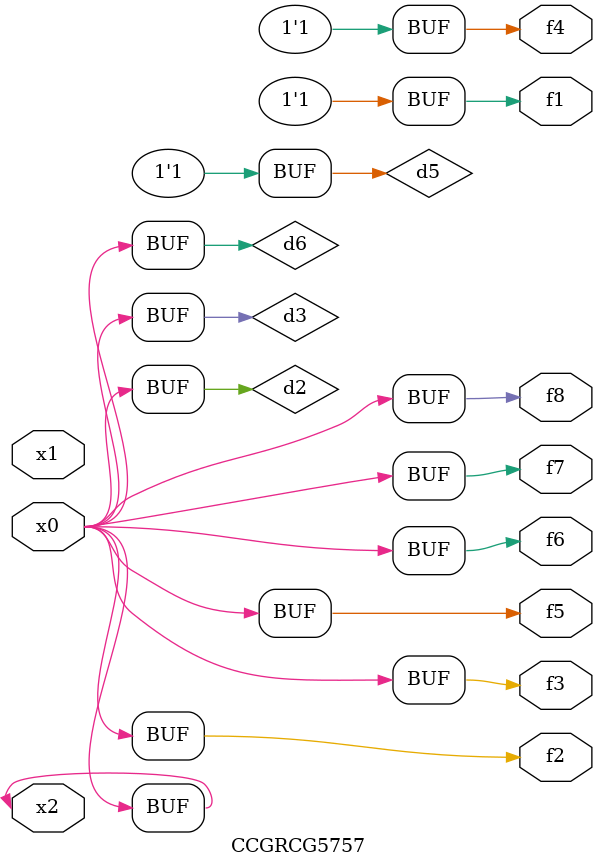
<source format=v>
module CCGRCG5757(
	input x0, x1, x2,
	output f1, f2, f3, f4, f5, f6, f7, f8
);

	wire d1, d2, d3, d4, d5, d6;

	xnor (d1, x2);
	buf (d2, x0, x2);
	and (d3, x0);
	xnor (d4, x1, x2);
	nand (d5, d1, d3);
	buf (d6, d2, d3);
	assign f1 = d5;
	assign f2 = d6;
	assign f3 = d6;
	assign f4 = d5;
	assign f5 = d6;
	assign f6 = d6;
	assign f7 = d6;
	assign f8 = d6;
endmodule

</source>
